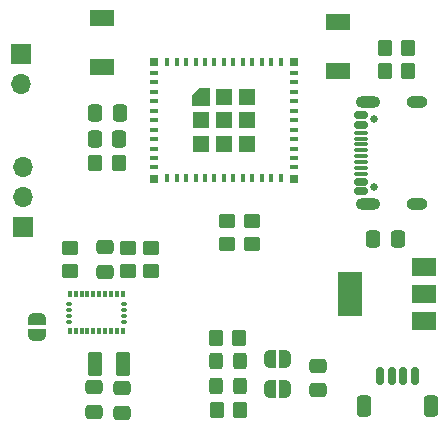
<source format=gts>
G04 #@! TF.GenerationSoftware,KiCad,Pcbnew,7.0.10*
G04 #@! TF.CreationDate,2024-02-28T00:56:54-06:00*
G04 #@! TF.ProjectId,sensingBoard,73656e73-696e-4674-926f-6172642e6b69,rev?*
G04 #@! TF.SameCoordinates,Original*
G04 #@! TF.FileFunction,Soldermask,Top*
G04 #@! TF.FilePolarity,Negative*
%FSLAX46Y46*%
G04 Gerber Fmt 4.6, Leading zero omitted, Abs format (unit mm)*
G04 Created by KiCad (PCBNEW 7.0.10) date 2024-02-28 00:56:54*
%MOMM*%
%LPD*%
G01*
G04 APERTURE LIST*
G04 Aperture macros list*
%AMRoundRect*
0 Rectangle with rounded corners*
0 $1 Rounding radius*
0 $2 $3 $4 $5 $6 $7 $8 $9 X,Y pos of 4 corners*
0 Add a 4 corners polygon primitive as box body*
4,1,4,$2,$3,$4,$5,$6,$7,$8,$9,$2,$3,0*
0 Add four circle primitives for the rounded corners*
1,1,$1+$1,$2,$3*
1,1,$1+$1,$4,$5*
1,1,$1+$1,$6,$7*
1,1,$1+$1,$8,$9*
0 Add four rect primitives between the rounded corners*
20,1,$1+$1,$2,$3,$4,$5,0*
20,1,$1+$1,$4,$5,$6,$7,0*
20,1,$1+$1,$6,$7,$8,$9,0*
20,1,$1+$1,$8,$9,$2,$3,0*%
%AMFreePoly0*
4,1,19,0.500000,-0.750000,0.000000,-0.750000,0.000000,-0.744911,-0.071157,-0.744911,-0.207708,-0.704816,-0.327430,-0.627875,-0.420627,-0.520320,-0.479746,-0.390866,-0.500000,-0.250000,-0.500000,0.250000,-0.479746,0.390866,-0.420627,0.520320,-0.327430,0.627875,-0.207708,0.704816,-0.071157,0.744911,0.000000,0.744911,0.000000,0.750000,0.500000,0.750000,0.500000,-0.750000,0.500000,-0.750000,
$1*%
%AMFreePoly1*
4,1,19,0.000000,0.744911,0.071157,0.744911,0.207708,0.704816,0.327430,0.627875,0.420627,0.520320,0.479746,0.390866,0.500000,0.250000,0.500000,-0.250000,0.479746,-0.390866,0.420627,-0.520320,0.327430,-0.627875,0.207708,-0.704816,0.071157,-0.744911,0.000000,-0.744911,0.000000,-0.750000,-0.500000,-0.750000,-0.500000,0.750000,0.000000,0.750000,0.000000,0.744911,0.000000,0.744911,
$1*%
%AMFreePoly2*
4,1,6,0.725000,-0.725000,-0.725000,-0.725000,-0.725000,0.125000,-0.125000,0.725000,0.725000,0.725000,0.725000,-0.725000,0.725000,-0.725000,$1*%
G04 Aperture macros list end*
%ADD10RoundRect,0.250000X0.475000X-0.337500X0.475000X0.337500X-0.475000X0.337500X-0.475000X-0.337500X0*%
%ADD11RoundRect,0.050800X0.125000X0.237500X-0.125000X0.237500X-0.125000X-0.237500X0.125000X-0.237500X0*%
%ADD12RoundRect,0.050800X0.187500X0.125000X-0.187500X0.125000X-0.187500X-0.125000X0.187500X-0.125000X0*%
%ADD13RoundRect,0.250000X-0.350000X-0.450000X0.350000X-0.450000X0.350000X0.450000X-0.350000X0.450000X0*%
%ADD14FreePoly0,0.000000*%
%ADD15FreePoly1,0.000000*%
%ADD16R,2.000000X1.350000*%
%ADD17RoundRect,0.250000X0.450000X-0.350000X0.450000X0.350000X-0.450000X0.350000X-0.450000X-0.350000X0*%
%ADD18R,1.700000X1.700000*%
%ADD19O,1.700000X1.700000*%
%ADD20RoundRect,0.250000X-0.325000X-0.450000X0.325000X-0.450000X0.325000X0.450000X-0.325000X0.450000X0*%
%ADD21RoundRect,0.150000X0.150000X0.625000X-0.150000X0.625000X-0.150000X-0.625000X0.150000X-0.625000X0*%
%ADD22RoundRect,0.250000X0.350000X0.650000X-0.350000X0.650000X-0.350000X-0.650000X0.350000X-0.650000X0*%
%ADD23R,2.000000X1.500000*%
%ADD24R,2.000000X3.800000*%
%ADD25R,0.800000X0.400000*%
%ADD26R,0.400000X0.800000*%
%ADD27FreePoly2,0.000000*%
%ADD28R,1.450000X1.450000*%
%ADD29R,0.700000X0.700000*%
%ADD30RoundRect,0.250000X-0.475000X0.337500X-0.475000X-0.337500X0.475000X-0.337500X0.475000X0.337500X0*%
%ADD31RoundRect,0.250000X0.350000X0.450000X-0.350000X0.450000X-0.350000X-0.450000X0.350000X-0.450000X0*%
%ADD32RoundRect,0.050800X0.550000X0.950000X-0.550000X0.950000X-0.550000X-0.950000X0.550000X-0.950000X0*%
%ADD33RoundRect,0.050800X-0.550000X-0.950000X0.550000X-0.950000X0.550000X0.950000X-0.550000X0.950000X0*%
%ADD34FreePoly0,90.000000*%
%ADD35FreePoly1,90.000000*%
%ADD36RoundRect,0.250000X0.337500X0.475000X-0.337500X0.475000X-0.337500X-0.475000X0.337500X-0.475000X0*%
%ADD37C,0.650000*%
%ADD38RoundRect,0.150000X0.425000X-0.150000X0.425000X0.150000X-0.425000X0.150000X-0.425000X-0.150000X0*%
%ADD39RoundRect,0.075000X0.500000X-0.075000X0.500000X0.075000X-0.500000X0.075000X-0.500000X-0.075000X0*%
%ADD40O,2.100000X1.000000*%
%ADD41O,1.800000X1.000000*%
%ADD42RoundRect,0.250000X-0.450000X0.350000X-0.450000X-0.350000X0.450000X-0.350000X0.450000X0.350000X0*%
G04 APERTURE END LIST*
D10*
X58000000Y-85775000D03*
X58000000Y-83700000D03*
D11*
X60450000Y-78962500D03*
D12*
X60512500Y-78150000D03*
X60512500Y-77650000D03*
X60512500Y-77150000D03*
X60512500Y-76650000D03*
D11*
X60450000Y-75837500D03*
X59950000Y-75837500D03*
X59450000Y-75837500D03*
X58950000Y-75837500D03*
X58450000Y-75837500D03*
X57950000Y-75837500D03*
X57450000Y-75837500D03*
X56950000Y-75837500D03*
X56450000Y-75837500D03*
X55950000Y-75837500D03*
D12*
X55887500Y-76650000D03*
X55887500Y-77150000D03*
X55887500Y-77650000D03*
X55887500Y-78150000D03*
D11*
X55950000Y-78962500D03*
X56450000Y-78962500D03*
X56950000Y-78962500D03*
X57450000Y-78962500D03*
X57950000Y-78962500D03*
X58450000Y-78962500D03*
X58950000Y-78962500D03*
X59450000Y-78962500D03*
X59950000Y-78962500D03*
D13*
X68300000Y-79500000D03*
X70300000Y-79500000D03*
D14*
X72900000Y-81300000D03*
D15*
X74200000Y-81300000D03*
D16*
X58700000Y-52450000D03*
X58700000Y-56600000D03*
D17*
X71400000Y-71600000D03*
X71400000Y-69600000D03*
D18*
X52000000Y-70180000D03*
D19*
X52000000Y-67640000D03*
X52000000Y-65100000D03*
D20*
X68325000Y-81500000D03*
X70375000Y-81500000D03*
D21*
X85200000Y-82800000D03*
X84200000Y-82800000D03*
X83200000Y-82800000D03*
X82200000Y-82800000D03*
D22*
X86500000Y-85325000D03*
X80900000Y-85325000D03*
D10*
X60400000Y-85875000D03*
X60400000Y-83800000D03*
D20*
X68350000Y-83600000D03*
X70400000Y-83600000D03*
D13*
X68400000Y-85600000D03*
X70400000Y-85600000D03*
D23*
X85950000Y-78100000D03*
X85950000Y-75800000D03*
D24*
X79650000Y-75800000D03*
D23*
X85950000Y-73500000D03*
D18*
X51800000Y-55460000D03*
D19*
X51800000Y-58000000D03*
D25*
X63100000Y-57100000D03*
X63100000Y-57900000D03*
X63100000Y-58700000D03*
X63100000Y-59500000D03*
X63100000Y-60300000D03*
X63100000Y-61100000D03*
X63100000Y-61900000D03*
X63100000Y-62700000D03*
X63100000Y-63500000D03*
X63100000Y-64300000D03*
X63100000Y-65100000D03*
D26*
X64200000Y-66000000D03*
X65000000Y-66000000D03*
X65800000Y-66000000D03*
X66600000Y-66000000D03*
X67400000Y-66000000D03*
X68200000Y-66000000D03*
X69000000Y-66000000D03*
X69800000Y-66000000D03*
X70600000Y-66000000D03*
X71400000Y-66000000D03*
X72200000Y-66000000D03*
X73000000Y-66000000D03*
X73800000Y-66000000D03*
D25*
X74900000Y-65100000D03*
X74900000Y-64300000D03*
X74900000Y-63500000D03*
X74900000Y-62700000D03*
X74900000Y-61900000D03*
X74900000Y-61100000D03*
X74900000Y-60300000D03*
X74900000Y-59500000D03*
X74900000Y-58700000D03*
X74900000Y-57900000D03*
X74900000Y-57100000D03*
D26*
X73800000Y-56200000D03*
X73000000Y-56200000D03*
X72200000Y-56200000D03*
X71400000Y-56200000D03*
X70600000Y-56200000D03*
X69800000Y-56200000D03*
X69000000Y-56200000D03*
X68200000Y-56200000D03*
X67400000Y-56200000D03*
X66600000Y-56200000D03*
X65800000Y-56200000D03*
X65000000Y-56200000D03*
X64200000Y-56200000D03*
D27*
X67025000Y-59125000D03*
D28*
X67025000Y-61100000D03*
X67025000Y-63075000D03*
X69000000Y-59125000D03*
X69000000Y-61100000D03*
X69000000Y-63075000D03*
X70975000Y-59125000D03*
X70975000Y-61100000D03*
X70975000Y-63075000D03*
D29*
X74950000Y-56150000D03*
X74950000Y-66050000D03*
X63050000Y-66050000D03*
X63050000Y-56150000D03*
D30*
X58955750Y-71862500D03*
X58955750Y-73937500D03*
D31*
X84600000Y-55000000D03*
X82600000Y-55000000D03*
D32*
X58055750Y-81700000D03*
D33*
X60455750Y-81700000D03*
D34*
X53200000Y-79250000D03*
D35*
X53200000Y-77950000D03*
D36*
X60137500Y-62700000D03*
X58062500Y-62700000D03*
D10*
X77000000Y-83975000D03*
X77000000Y-81900000D03*
D16*
X78700000Y-56950000D03*
X78700000Y-52800000D03*
D36*
X60175000Y-60500000D03*
X58100000Y-60500000D03*
D14*
X72900000Y-83900000D03*
D15*
X74200000Y-83900000D03*
D31*
X84600000Y-56900000D03*
X82600000Y-56900000D03*
D13*
X58100000Y-64700000D03*
X60100000Y-64700000D03*
D17*
X56000000Y-73900000D03*
X56000000Y-71900000D03*
D37*
X81695000Y-66790000D03*
X81695000Y-61010000D03*
D38*
X80620000Y-67100000D03*
X80620000Y-66300000D03*
D39*
X80620000Y-65150000D03*
X80620000Y-64150000D03*
X80620000Y-63650000D03*
X80620000Y-62650000D03*
D38*
X80620000Y-61500000D03*
X80620000Y-60700000D03*
X80620000Y-60700000D03*
X80620000Y-61500000D03*
D39*
X80620000Y-62150000D03*
X80620000Y-63150000D03*
X80620000Y-64650000D03*
X80620000Y-65650000D03*
D38*
X80620000Y-66300000D03*
X80620000Y-67100000D03*
D40*
X81195000Y-68220000D03*
D41*
X85375000Y-68220000D03*
D40*
X81195000Y-59580000D03*
D41*
X85375000Y-59580000D03*
D17*
X60900000Y-73900000D03*
X60900000Y-71900000D03*
X62800000Y-73900000D03*
X62800000Y-71900000D03*
D36*
X83737500Y-71200000D03*
X81662500Y-71200000D03*
D42*
X69300000Y-69600000D03*
X69300000Y-71600000D03*
M02*

</source>
